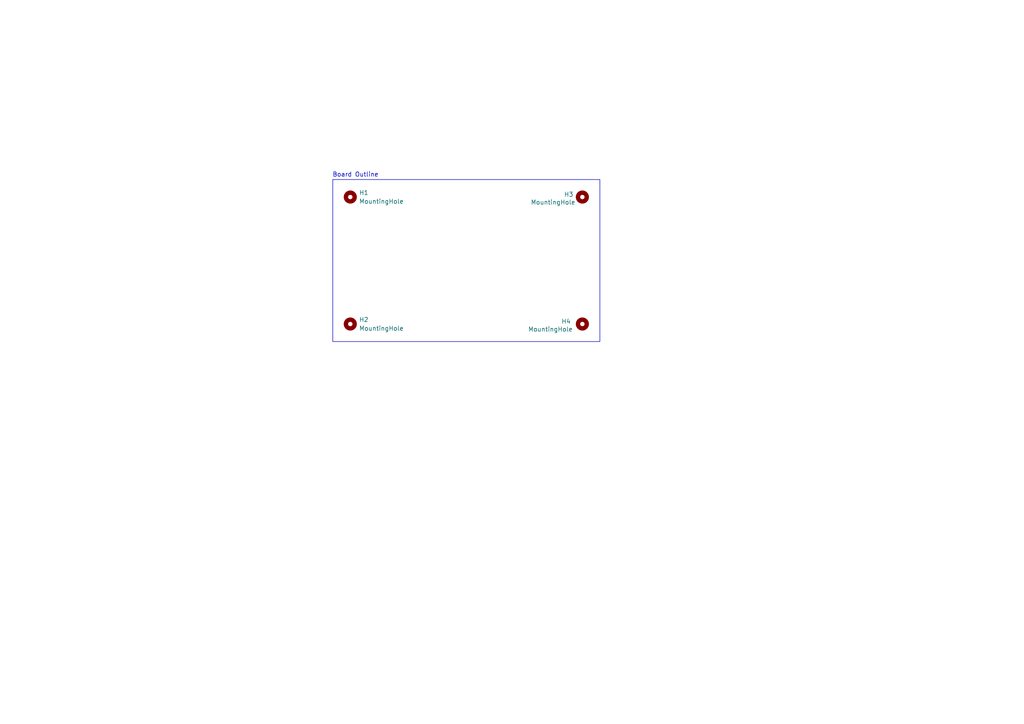
<source format=kicad_sch>
(kicad_sch (version 20250114) (generator "eeschema") (generator_version "9.0")
  (paper "A4")
  (lib_symbols
    (symbol "Mechanical:MountingHole" (pin_names (offset 1.016)) (in_bom no)
      (property "Reference" "H" (at 0 5.08 0))
      (property "Value" "MountingHole" (at 0 3.175 0))
      (symbol "MountingHole_0_1"
        (circle (center 0 0) (radius 1.27) (stroke (width 1.27)))
      )
    )
  )
  (rectangle (start 96.52 52.07) (end 173.99 99.06))
  (text "Board Outline" (at 103.124 50.8 0) (effects (font (size 1.27 1.27))))
  (symbol (lib_id "Mechanical:MountingHole") (at 101.6 57.15 0) (unit 1) (in_bom no)
    (property "Reference" "H1" (at 104.14 55.8799 0) (effects (justify left)))
    (property "Value" "MountingHole" (at 104.14 58.4199 0) (effects (justify left)))
    (property "Description" "Mounting Hole without connection" (effects (hide yes)))
  )
  (symbol (lib_id "Mechanical:MountingHole") (at 168.91 57.15 0) (unit 1) (in_bom no)
    (property "Reference" "H3" (at 163.576 56.388 0) (effects (justify left)))
    (property "Value" "MountingHole" (at 153.924 58.674 0) (effects (justify left)))
    (property "Description" "Mounting Hole without connection" (effects (hide yes)))
  )
  (symbol (lib_id "Mechanical:MountingHole") (at 168.91 93.98 0) (unit 1) (in_bom no)
    (property "Reference" "H4" (at 162.814 93.218 0) (effects (justify left)))
    (property "Value" "MountingHole" (at 153.162 95.504 0) (effects (justify left)))
    (property "Description" "Mounting Hole without connection" (effects (hide yes)))
  )
  (symbol (lib_id "Mechanical:MountingHole") (at 101.6 93.98 0) (unit 1) (in_bom no)
    (property "Reference" "H2" (at 104.14 92.7099 0) (effects (justify left)))
    (property "Value" "MountingHole" (at 104.14 95.2499 0) (effects (justify left)))
    (property "Description" "Mounting Hole without connection" (effects (hide yes)))
  )
)
</source>
